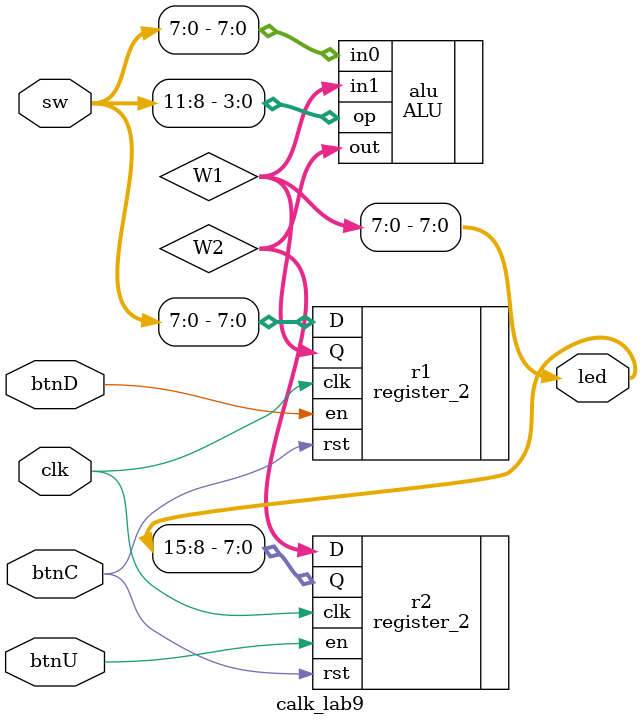
<source format=sv>
`timescale 1ns / 1ps


module calk_lab9(
    input btnU,
    input btnD,
    input [11:0] sw,
    input clk,
    input btnC,
    output [15:0] led
     );
     wire [7:0] W1;
     wire [7:0] W2;
     
     register_2 #(.N(8)) r1( .D(sw[7:0]), .en(btnD), .clk(clk), .Q(W1), .rst(btnC) );
     ALU alu( .in1(W1), .in0(sw[7:0]), .op(sw[11:8]), .out(W2));
     register_2 #(.N(8)) r2( .D(W2), .en(btnU), .clk(clk), .rst(btnC), .Q(led[15:8]));
     
     assign led [7:0] = W1;
endmodule

</source>
